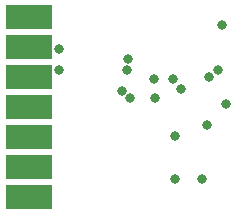
<source format=gbs>
G04 Layer_Color=8150272*
%FSLAX25Y25*%
%MOIN*%
G70*
G01*
G75*
%ADD22R,0.15800X0.08400*%
%ADD28C,0.03200*%
D22*
X112500Y425000D02*
D03*
Y435000D02*
D03*
Y445000D02*
D03*
Y455000D02*
D03*
Y465000D02*
D03*
Y475000D02*
D03*
Y485000D02*
D03*
D28*
X143500Y460500D02*
D03*
X161000Y445500D02*
D03*
X170000Y431000D02*
D03*
X161000D02*
D03*
X176559Y482559D02*
D03*
X171689Y449189D02*
D03*
X178000Y456000D02*
D03*
X154000Y464500D02*
D03*
X172500Y465000D02*
D03*
X160500Y464500D02*
D03*
X175500Y467500D02*
D03*
X163000Y461250D02*
D03*
X122500Y474500D02*
D03*
X145500Y471000D02*
D03*
X122500Y467500D02*
D03*
X145000D02*
D03*
X154500Y458000D02*
D03*
X146000D02*
D03*
M02*

</source>
